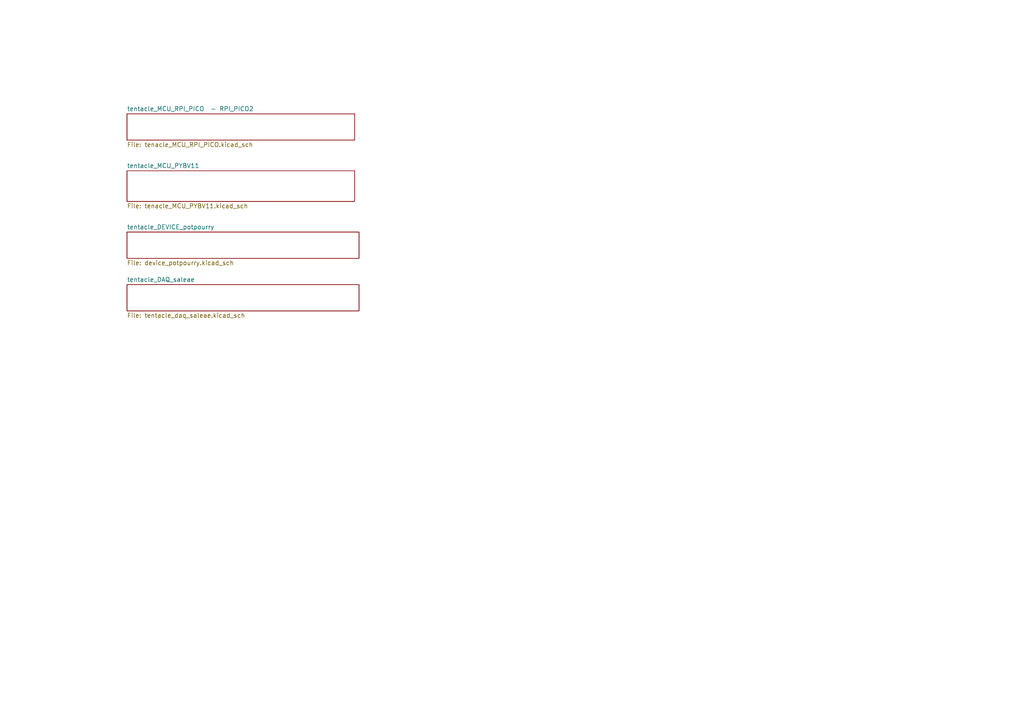
<source format=kicad_sch>
(kicad_sch
	(version 20231120)
	(generator "eeschema")
	(generator_version "8.0")
	(uuid "188054c4-74b7-429a-b3f5-c6f3151e27de")
	(paper "A4")
	(title_block
		(title "Octoprobe: Testbed Tutorial")
		(date "2024-07-16")
		(company "Hans Märki, Märki Informatik")
		(comment 1 "The MIT License (MIT)")
	)
	(lib_symbols)
	(sheet
		(at 36.83 82.55)
		(size 67.31 7.62)
		(fields_autoplaced yes)
		(stroke
			(width 0.1524)
			(type solid)
		)
		(fill
			(color 0 0 0 0.0000)
		)
		(uuid "2c4ba952-55c5-4e16-806b-8dc205881760")
		(property "Sheetname" "tentacle_DAQ_saleae"
			(at 36.83 81.8384 0)
			(effects
				(font
					(size 1.27 1.27)
				)
				(justify left bottom)
			)
		)
		(property "Sheetfile" "tentacle_daq_saleae.kicad_sch"
			(at 36.83 90.7546 0)
			(effects
				(font
					(size 1.27 1.27)
				)
				(justify left top)
			)
		)
		(instances
			(project "testbed"
				(path "/188054c4-74b7-429a-b3f5-c6f3151e27de"
					(page "5")
				)
			)
		)
	)
	(sheet
		(at 36.83 33.02)
		(size 66.04 7.62)
		(fields_autoplaced yes)
		(stroke
			(width 0.1524)
			(type solid)
		)
		(fill
			(color 0 0 0 0.0000)
		)
		(uuid "8349ec44-9db3-4e5f-885e-2d604c3fdea6")
		(property "Sheetname" "tentacle_MCU_RPI_PICO  - RPI_PICO2"
			(at 36.83 32.3084 0)
			(effects
				(font
					(size 1.27 1.27)
				)
				(justify left bottom)
			)
		)
		(property "Sheetfile" "tenacle_MCU_RPI_PICO.kicad_sch"
			(at 36.83 41.2246 0)
			(effects
				(font
					(size 1.27 1.27)
				)
				(justify left top)
			)
		)
		(instances
			(project "testbed"
				(path "/188054c4-74b7-429a-b3f5-c6f3151e27de"
					(page "2")
				)
			)
		)
	)
	(sheet
		(at 36.83 49.53)
		(size 66.04 8.89)
		(fields_autoplaced yes)
		(stroke
			(width 0.1524)
			(type solid)
		)
		(fill
			(color 0 0 0 0.0000)
		)
		(uuid "a196d1ad-2a7e-47a3-8a53-65ea8ad08c90")
		(property "Sheetname" "tentacle_MCU_PYBV11"
			(at 36.83 48.8184 0)
			(effects
				(font
					(size 1.27 1.27)
				)
				(justify left bottom)
			)
		)
		(property "Sheetfile" "tenacle_MCU_PYBV11.kicad_sch"
			(at 36.83 59.0046 0)
			(effects
				(font
					(size 1.27 1.27)
				)
				(justify left top)
			)
		)
		(instances
			(project "testbed"
				(path "/188054c4-74b7-429a-b3f5-c6f3151e27de"
					(page "3")
				)
			)
		)
	)
	(sheet
		(at 36.83 67.31)
		(size 67.31 7.62)
		(fields_autoplaced yes)
		(stroke
			(width 0.1524)
			(type solid)
		)
		(fill
			(color 0 0 0 0.0000)
		)
		(uuid "b7d8ead7-fd61-4ff1-b415-403502d5b75c")
		(property "Sheetname" "tentacle_DEVICE_potpourry"
			(at 36.83 66.5984 0)
			(effects
				(font
					(size 1.27 1.27)
				)
				(justify left bottom)
			)
		)
		(property "Sheetfile" "device_potpourry.kicad_sch"
			(at 36.83 75.5146 0)
			(effects
				(font
					(size 1.27 1.27)
				)
				(justify left top)
			)
		)
		(instances
			(project "testbed"
				(path "/188054c4-74b7-429a-b3f5-c6f3151e27de"
					(page "4")
				)
			)
		)
	)
	(sheet_instances
		(path "/"
			(page "1")
		)
	)
)

</source>
